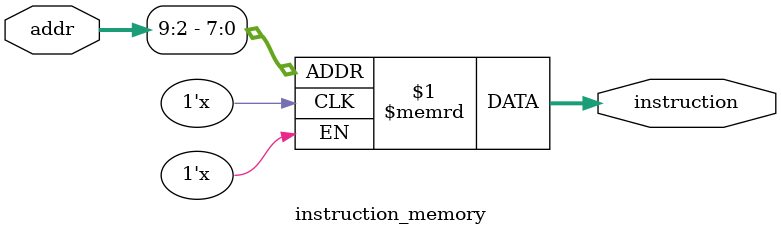
<source format=v>
module instruction_memory(
    input [31:0] addr,           // Endereço da instrução
    output [31:0] instruction    // Instrução lida
);
    reg [31:0] memory [0:255];   // Memória de instruções com 256 posições de 32 bits

    // Leitura da memória de instruções
    assign instruction = memory[addr[9:2]];
endmodule
</source>
